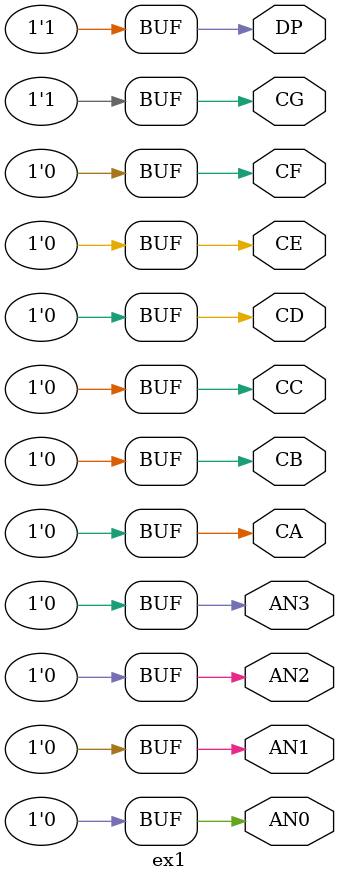
<source format=v>
module ex1(
    output  AN0,
    output  AN1,
    output  AN2,
    output  AN3,
    output  CA,
    output  CB,
    output  CC,
    output  CD,
    output  CE,
    output  CF,
    output  CG,
    output  DP
    );

    // TODO
	 assign AN0 = 0;
	 assign AN1 = 0;
	 assign AN2 = 0;
	 assign AN3 = 0;
	 assign CA = 0;
	 assign CB = 0;
	 assign CG = 1;
	 assign CC = 0;
	 assign CD = 0;
	 assign CE = 0;
	 assign CF = 0;
	 assign DP = 1;
	 
endmodule

</source>
